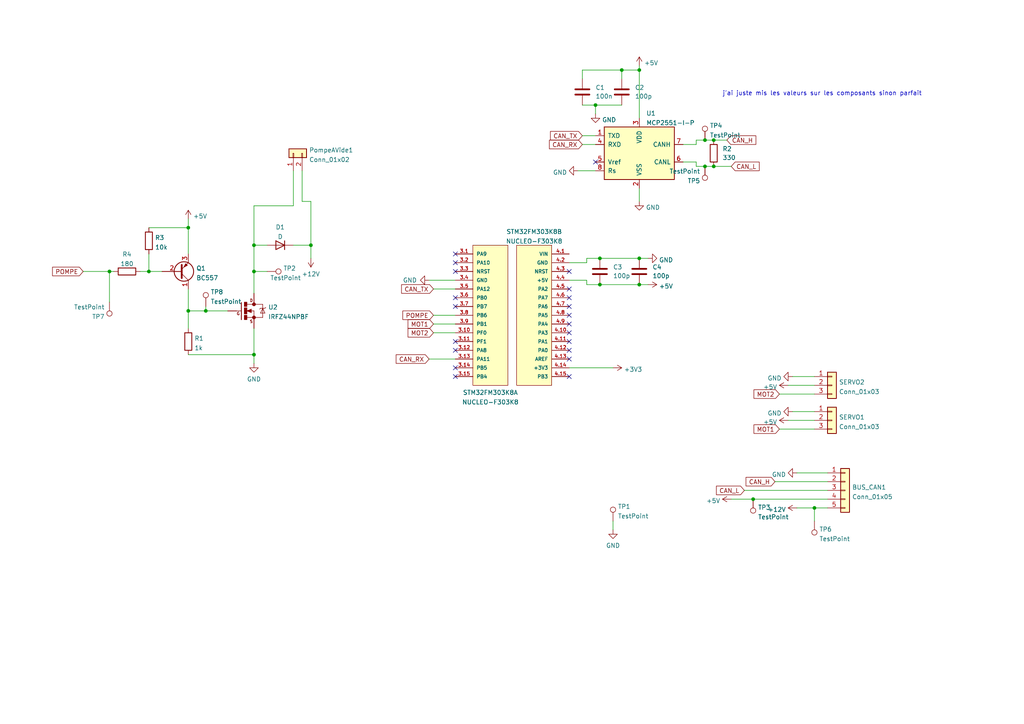
<source format=kicad_sch>
(kicad_sch (version 20211123) (generator eeschema)
  (paper "A4")
  (lib_symbols
    (symbol "Connector:TestPoint" (pin_numbers hide) (pin_names (offset 0.762) hide)
      (property "Reference" "TP" (at 0 6.858 0))
      (property "Value" "TestPoint" (at 0 5.08 0))
      (symbol "TestPoint_0_1"
        (circle (center 0 3.302) (radius 0.762))
      )
      (symbol "TestPoint_1_1"
        (pin passive line (at 0 0 90) (length 2.54) (name "1") (number "1"))
      )
    )
    (symbol "Connector_Generic:Conn_01x02" (pin_names (offset 1.016) hide)
      (property "Reference" "J" (at 0 2.54 0))
      (property "Value" "Conn_01x02" (at 0 -5.08 0))
      (symbol "Conn_01x02_1_1"
        (rectangle (start -1.27 -2.413) (end 0 -2.667) (stroke (width 0.1524)))
        (rectangle (start -1.27 0.127) (end 0 -0.127) (stroke (width 0.1524)))
        (rectangle (start -1.27 1.27) (end 1.27 -3.81) (stroke (width 0.254)) (fill (type background)))
        (pin passive line (at -5.08 0 0) (length 3.81) (name "Pin_1") (number "1"))
        (pin passive line (at -5.08 -2.54 0) (length 3.81) (name "Pin_2") (number "2"))
      )
    )
    (symbol "Connector_Generic:Conn_01x03" (pin_names (offset 1.016) hide)
      (property "Reference" "J" (at 0 5.08 0))
      (property "Value" "Conn_01x03" (at 0 -5.08 0))
      (symbol "Conn_01x03_1_1"
        (rectangle (start -1.27 -2.413) (end 0 -2.667) (stroke (width 0.1524)))
        (rectangle (start -1.27 0.127) (end 0 -0.127) (stroke (width 0.1524)))
        (rectangle (start -1.27 2.667) (end 0 2.413) (stroke (width 0.1524)))
        (rectangle (start -1.27 3.81) (end 1.27 -3.81) (stroke (width 0.254)) (fill (type background)))
        (pin passive line (at -5.08 2.54 0) (length 3.81) (name "Pin_1") (number "1"))
        (pin passive line (at -5.08 0 0) (length 3.81) (name "Pin_2") (number "2"))
        (pin passive line (at -5.08 -2.54 0) (length 3.81) (name "Pin_3") (number "3"))
      )
    )
    (symbol "Connector_Generic:Conn_01x05" (pin_names (offset 1.016) hide)
      (property "Reference" "J" (at 0 7.62 0))
      (property "Value" "Conn_01x05" (at 0 -7.62 0))
      (symbol "Conn_01x05_1_1"
        (rectangle (start -1.27 -4.953) (end 0 -5.207) (stroke (width 0.1524)))
        (rectangle (start -1.27 -2.413) (end 0 -2.667) (stroke (width 0.1524)))
        (rectangle (start -1.27 0.127) (end 0 -0.127) (stroke (width 0.1524)))
        (rectangle (start -1.27 2.667) (end 0 2.413) (stroke (width 0.1524)))
        (rectangle (start -1.27 5.207) (end 0 4.953) (stroke (width 0.1524)))
        (rectangle (start -1.27 6.35) (end 1.27 -6.35) (stroke (width 0.254)) (fill (type background)))
        (pin passive line (at -5.08 5.08 0) (length 3.81) (name "Pin_1") (number "1"))
        (pin passive line (at -5.08 2.54 0) (length 3.81) (name "Pin_2") (number "2"))
        (pin passive line (at -5.08 0 0) (length 3.81) (name "Pin_3") (number "3"))
        (pin passive line (at -5.08 -2.54 0) (length 3.81) (name "Pin_4") (number "4"))
        (pin passive line (at -5.08 -5.08 0) (length 3.81) (name "Pin_5") (number "5"))
      )
    )
    (symbol "Device:C" (pin_numbers hide) (pin_names (offset 0.254))
      (property "Reference" "C" (at 0.635 2.54 0))
      (property "Value" "C" (at 0.635 -2.54 0))
      (symbol "C_0_1"
        (polyline (pts (xy -2.032 -0.762) (xy 2.032 -0.762)) (stroke (width 0.508)))
        (polyline (pts (xy -2.032 0.762) (xy 2.032 0.762)) (stroke (width 0.508)))
      )
      (symbol "C_1_1"
        (pin passive line (at 0 3.81 270) (length 2.794) (name "~") (number "1"))
        (pin passive line (at 0 -3.81 90) (length 2.794) (name "~") (number "2"))
      )
    )
    (symbol "Device:D" (pin_numbers hide) (pin_names (offset 1.016) hide)
      (property "Reference" "D" (at 0 2.54 0))
      (property "Value" "D" (at 0 -2.54 0))
      (symbol "D_0_1"
        (polyline (pts (xy -1.27 1.27) (xy -1.27 -1.27)) (stroke (width 0.254)))
        (polyline (pts (xy 1.27 0) (xy -1.27 0)))
        (polyline (pts (xy 1.27 1.27) (xy 1.27 -1.27) (xy -1.27 0) (xy 1.27 1.27)) (stroke (width 0.254)))
      )
      (symbol "D_1_1"
        (pin passive line (at -3.81 0 0) (length 2.54) (name "K") (number "1"))
        (pin passive line (at 3.81 0 180) (length 2.54) (name "A") (number "2"))
      )
    )
    (symbol "Device:R" (pin_numbers hide) (pin_names (offset 0))
      (property "Reference" "R" (at 2.032 0 90))
      (property "Value" "R" (at 0 0 90))
      (symbol "R_0_1"
        (rectangle (start -1.016 -2.54) (end 1.016 2.54) (stroke (width 0.254)))
      )
      (symbol "R_1_1"
        (pin passive line (at 0 3.81 270) (length 1.27) (name "~") (number "1"))
        (pin passive line (at 0 -3.81 90) (length 1.27) (name "~") (number "2"))
      )
    )
    (symbol "IRFZ44NPBF:IRFZ44NPBF" (pin_numbers hide) (pin_names (offset 1.016) hide)
      (property "Reference" "U" (at 5.08 2.54 0))
      (property "Value" "IRFZ44NPBF" (at 5.08 0 0))
      (symbol "IRFZ44NPBF_0_0"
        (rectangle (start -2.794 -2.54) (end -2.032 -1.27) (fill (type outline)))
        (rectangle (start -2.794 -0.889) (end -2.032 0.889) (fill (type outline)))
        (rectangle (start -2.794 1.27) (end -2.032 2.54) (fill (type outline)))
        (circle (center 0 -1.905) (radius 0.127) (stroke (width 0.4064)))
        (polyline (pts (xy -3.81 0) (xy -5.08 0)) (stroke (width 0.1524)))
        (polyline (pts (xy -3.6576 2.413) (xy -3.6576 -2.54)) (stroke (width 0.254)))
        (polyline (pts (xy -2.032 -1.905) (xy 0 -1.905)) (stroke (width 0.1524)))
        (polyline (pts (xy -2.032 0) (xy -0.762 -0.508)) (stroke (width 0.1524)))
        (polyline (pts (xy -1.778 0) (xy -0.889 -0.254)) (stroke (width 0.3048)))
        (polyline (pts (xy -0.889 -0.254) (xy -0.889 0)) (stroke (width 0.3048)))
        (polyline (pts (xy -0.889 0) (xy -1.143 0)) (stroke (width 0.3048)))
        (polyline (pts (xy -0.889 0) (xy 0 0)) (stroke (width 0.1524)))
        (polyline (pts (xy -0.889 0.254) (xy -1.778 0)) (stroke (width 0.3048)))
        (polyline (pts (xy -0.762 -0.508) (xy -0.762 0.508)) (stroke (width 0.1524)))
        (polyline (pts (xy -0.762 0.508) (xy -2.032 0)) (stroke (width 0.1524)))
        (polyline (pts (xy 0 -1.905) (xy 0 -2.54)) (stroke (width 0.1524)))
        (polyline (pts (xy 0 0) (xy 0 -1.905)) (stroke (width 0.1524)))
        (polyline (pts (xy 0 1.905) (xy -2.0066 1.905)) (stroke (width 0.1524)))
        (polyline (pts (xy 0 1.905) (xy 2.54 1.905)) (stroke (width 0.1524)))
        (polyline (pts (xy 0 2.54) (xy 0 1.905)) (stroke (width 0.1524)))
        (polyline (pts (xy 1.905 -0.635) (xy 3.175 -0.635)) (stroke (width 0.1524)))
        (polyline (pts (xy 1.905 0.762) (xy 1.651 0.508)) (stroke (width 0.1524)))
        (polyline (pts (xy 1.905 0.762) (xy 2.54 0.762)) (stroke (width 0.1524)))
        (polyline (pts (xy 2.54 -1.905) (xy 0 -1.905)) (stroke (width 0.1524)))
        (polyline (pts (xy 2.54 0.762) (xy 1.905 -0.635)) (stroke (width 0.1524)))
        (polyline (pts (xy 2.54 0.762) (xy 2.54 -1.905)) (stroke (width 0.1524)))
        (polyline (pts (xy 2.54 0.762) (xy 3.175 0.762)) (stroke (width 0.1524)))
        (polyline (pts (xy 2.54 1.905) (xy 2.54 0.762)) (stroke (width 0.1524)))
        (polyline (pts (xy 3.175 -0.635) (xy 2.54 0.762)) (stroke (width 0.1524)))
        (polyline (pts (xy 3.175 0.762) (xy 3.429 1.016)) (stroke (width 0.1524)))
        (circle (center 0 1.905) (radius 0.127) (stroke (width 0.4064)))
        (text "D" (at -1.27 2.54 0) (effects (font (size 0.8128 0.8128)) (justify left bottom)))
        (text "G" (at -5.08 -1.27 0) (effects (font (size 0.8128 0.8128)) (justify left bottom)))
        (text "S" (at -1.27 -3.556 0) (effects (font (size 0.8128 0.8128)) (justify left bottom)))
        (pin passive line (at -7.62 0 0) (length 2.54) (name "~") (number "1"))
        (pin passive line (at 0 5.08 270) (length 2.54) (name "~") (number "2"))
        (pin passive line (at 0 -5.08 90) (length 2.54) (name "~") (number "3"))
      )
    )
    (symbol "Interface_CAN_LIN:MCP2551-I-P" (pin_names (offset 1.016))
      (property "Reference" "U" (at -10.16 8.89 0))
      (property "Value" "MCP2551-I-P" (at 2.54 8.89 0))
      (symbol "MCP2551-I-P_0_1"
        (rectangle (start -10.16 7.62) (end 10.16 -7.62) (stroke (width 0.254)) (fill (type background)))
      )
      (symbol "MCP2551-I-P_1_1"
        (pin input line (at -12.7 5.08 0) (length 2.54) (name "TXD") (number "1"))
        (pin power_in line (at 0 -10.16 90) (length 2.54) (name "VSS") (number "2"))
        (pin power_in line (at 0 10.16 270) (length 2.54) (name "VDD") (number "3"))
        (pin output line (at -12.7 2.54 0) (length 2.54) (name "RXD") (number "4"))
        (pin power_out line (at -12.7 -2.54 0) (length 2.54) (name "Vref") (number "5"))
        (pin bidirectional line (at 12.7 -2.54 180) (length 2.54) (name "CANL") (number "6"))
        (pin bidirectional line (at 12.7 2.54 180) (length 2.54) (name "CANH") (number "7"))
        (pin input line (at -12.7 -5.08 0) (length 2.54) (name "Rs") (number "8"))
      )
    )
    (symbol "NUCLEO-F303K8:NUCLEO-F303K8" (pin_names (offset 1.016))
      (property "Reference" "A" (at -5.08 20.8534 0))
      (property "Value" "NUCLEO-F303K8" (at -5.08 -22.6314 0))
      (symbol "NUCLEO-F303K8_1_0"
        (rectangle (start -5.08 -20.32) (end 5.08 20.32) (stroke (width 0.1524)) (fill (type background)))
        (pin bidirectional line (at 10.16 17.78 180) (length 5.08) (name "PA9") (number "3.1"))
        (pin bidirectional line (at 10.16 -5.08 180) (length 5.08) (name "PF0") (number "3.10"))
        (pin bidirectional line (at 10.16 -7.62 180) (length 5.08) (name "PF1") (number "3.11"))
        (pin bidirectional line (at 10.16 -10.16 180) (length 5.08) (name "PA8") (number "3.12"))
        (pin bidirectional line (at 10.16 -12.7 180) (length 5.08) (name "PA11") (number "3.13"))
        (pin bidirectional line (at 10.16 -15.24 180) (length 5.08) (name "PB5") (number "3.14"))
        (pin bidirectional line (at 10.16 -17.78 180) (length 5.08) (name "PB4") (number "3.15"))
        (pin bidirectional line (at 10.16 15.24 180) (length 5.08) (name "PA10") (number "3.2"))
        (pin bidirectional line (at 10.16 12.7 180) (length 5.08) (name "NRST") (number "3.3"))
        (pin bidirectional line (at 10.16 10.16 180) (length 5.08) (name "GND") (number "3.4"))
        (pin bidirectional line (at 10.16 7.62 180) (length 5.08) (name "PA12") (number "3.5"))
        (pin bidirectional line (at 10.16 5.08 180) (length 5.08) (name "PB0") (number "3.6"))
        (pin bidirectional line (at 10.16 2.54 180) (length 5.08) (name "PB7") (number "3.7"))
        (pin bidirectional line (at 10.16 0 180) (length 5.08) (name "PB6") (number "3.8"))
        (pin bidirectional line (at 10.16 -2.54 180) (length 5.08) (name "PB1") (number "3.9"))
      )
      (symbol "NUCLEO-F303K8_2_0"
        (rectangle (start -5.08 -20.32) (end 5.08 20.32) (stroke (width 0.1524)) (fill (type background)))
        (pin bidirectional line (at 10.16 17.78 180) (length 5.08) (name "VIN") (number "4.1"))
        (pin bidirectional line (at 10.16 -5.08 180) (length 5.08) (name "PA3") (number "4.10"))
        (pin bidirectional line (at 10.16 -7.62 180) (length 5.08) (name "PA1") (number "4.11"))
        (pin bidirectional line (at 10.16 -10.16 180) (length 5.08) (name "PA0") (number "4.12"))
        (pin bidirectional line (at 10.16 -12.7 180) (length 5.08) (name "AREF") (number "4.13"))
        (pin bidirectional line (at 10.16 -15.24 180) (length 5.08) (name "+3V3") (number "4.14"))
        (pin bidirectional line (at 10.16 -17.78 180) (length 5.08) (name "PB3") (number "4.15"))
        (pin bidirectional line (at 10.16 15.24 180) (length 5.08) (name "GND") (number "4.2"))
        (pin bidirectional line (at 10.16 12.7 180) (length 5.08) (name "NRST") (number "4.3"))
        (pin bidirectional line (at 10.16 10.16 180) (length 5.08) (name "+5V") (number "4.4"))
        (pin bidirectional line (at 10.16 7.62 180) (length 5.08) (name "PA2") (number "4.5"))
        (pin bidirectional line (at 10.16 5.08 180) (length 5.08) (name "PA7") (number "4.6"))
        (pin bidirectional line (at 10.16 2.54 180) (length 5.08) (name "PA6") (number "4.7"))
        (pin bidirectional line (at 10.16 0 180) (length 5.08) (name "PA5") (number "4.8"))
        (pin bidirectional line (at 10.16 -2.54 180) (length 5.08) (name "PA4") (number "4.9"))
      )
    )
    (symbol "Transistor_BJT:BC557" (pin_names (offset 0) hide)
      (property "Reference" "Q" (at 5.08 1.905 0))
      (property "Value" "BC557" (at 5.08 0 0))
      (symbol "BC557_0_1"
        (polyline (pts (xy 0.635 0.635) (xy 2.54 2.54)))
        (polyline (pts (xy 0.635 -0.635) (xy 2.54 -2.54) (xy 2.54 -2.54)))
        (polyline (pts (xy 0.635 1.905) (xy 0.635 -1.905) (xy 0.635 -1.905)) (stroke (width 0.508)))
        (polyline (pts (xy 2.286 -1.778) (xy 1.778 -2.286) (xy 1.27 -1.27) (xy 2.286 -1.778) (xy 2.286 -1.778)) (fill (type outline)))
        (circle (center 1.27 0) (radius 2.8194) (stroke (width 0.254)))
      )
      (symbol "BC557_1_1"
        (pin passive line (at 2.54 5.08 270) (length 2.54) (name "C") (number "1"))
        (pin input line (at -5.08 0 0) (length 5.715) (name "B") (number "2"))
        (pin passive line (at 2.54 -5.08 90) (length 2.54) (name "E") (number "3"))
      )
    )
    (symbol "power:+12V" (power) (pin_names (offset 0))
      (property "Value" "+12V" (at 0 3.556 0))
      (symbol "+12V_0_1"
        (polyline (pts (xy -0.762 1.27) (xy 0 2.54)))
        (polyline (pts (xy 0 0) (xy 0 2.54)))
        (polyline (pts (xy 0 2.54) (xy 0.762 1.27)))
      )
      (symbol "+12V_1_1"
        (pin power_in line (at 0 0 90) (length 0) hide (name "+12V") (number "1"))
      )
    )
    (symbol "power:+3.3V" (power) (pin_names (offset 0))
      (property "Value" "+3.3V" (at 0 3.556 0))
      (symbol "+3.3V_0_1"
        (polyline (pts (xy -0.762 1.27) (xy 0 2.54)))
        (polyline (pts (xy 0 0) (xy 0 2.54)))
        (polyline (pts (xy 0 2.54) (xy 0.762 1.27)))
      )
      (symbol "+3.3V_1_1"
        (pin power_in line (at 0 0 90) (length 0) hide (name "+3V3") (number "1"))
      )
    )
    (symbol "power:+5V" (power) (pin_names (offset 0))
      (property "Value" "+5V" (at 0 3.556 0))
      (symbol "+5V_0_1"
        (polyline (pts (xy -0.762 1.27) (xy 0 2.54)))
        (polyline (pts (xy 0 0) (xy 0 2.54)))
        (polyline (pts (xy 0 2.54) (xy 0.762 1.27)))
      )
      (symbol "+5V_1_1"
        (pin power_in line (at 0 0 90) (length 0) hide (name "+5V") (number "1"))
      )
    )
    (symbol "power:GND" (power) (pin_names (offset 0))
      (property "Value" "GND" (at 0 -3.81 0))
      (symbol "GND_0_1"
        (polyline (pts (xy 0 0) (xy 0 -1.27) (xy 1.27 -1.27) (xy 0 -2.54) (xy -1.27 -1.27) (xy 0 -1.27)))
      )
      (symbol "GND_1_1"
        (pin power_in line (at 0 0 270) (length 0) hide (name "GND") (number "1"))
      )
    )
  )
  (junction (at 59.69 90.17))
  (junction (at 73.66 71.12))
  (junction (at 54.61 90.17))
  (junction (at 236.22 147.32))
  (junction (at 185.42 20.32))
  (junction (at 207.01 48.26))
  (junction (at 173.99 82.55))
  (junction (at 185.42 74.93))
  (junction (at 180.34 20.32))
  (junction (at 90.17 71.12))
  (junction (at 207.01 40.64))
  (junction (at 54.61 66.04))
  (junction (at 43.18 78.74))
  (junction (at 31.75 78.74))
  (junction (at 73.66 102.87))
  (junction (at 185.42 82.55))
  (junction (at 204.47 40.64))
  (junction (at 173.99 74.93))
  (junction (at 73.66 78.74))
  (junction (at 218.44 144.78))
  (junction (at 172.72 30.48))
  (junction (at 204.47 48.26))
  (no_connect (at 165.1 83.82))
  (no_connect (at 165.1 86.36))
  (no_connect (at 172.72 46.99))
  (no_connect (at 132.08 99.06))
  (no_connect (at 132.08 101.6))
  (no_connect (at 132.08 86.36))
  (no_connect (at 132.08 76.2))
  (no_connect (at 132.08 73.66))
  (no_connect (at 132.08 78.74))
  (no_connect (at 132.08 88.9))
  (no_connect (at 132.08 106.68))
  (no_connect (at 132.08 109.22))
  (no_connect (at 165.1 88.9))
  (no_connect (at 165.1 91.44))
  (no_connect (at 165.1 93.98))
  (no_connect (at 165.1 96.52))
  (no_connect (at 165.1 99.06))
  (no_connect (at 165.1 101.6))
  (no_connect (at 165.1 78.74))
  (no_connect (at 165.1 104.14))
  (no_connect (at 165.1 109.22))
  (wire (pts (xy 59.69 90.17) (xy 66.04 90.17)))
  (wire (pts (xy 167.64 49.53) (xy 172.72 49.53)))
  (wire (pts (xy 31.75 78.74) (xy 33.02 78.74)))
  (wire (pts (xy 125.73 91.44) (xy 132.08 91.44)))
  (wire (pts (xy 73.66 95.25) (xy 73.66 102.87)))
  (wire (pts (xy 40.64 78.74) (xy 43.18 78.74)))
  (wire (pts (xy 168.91 30.48) (xy 172.72 30.48)))
  (wire (pts (xy 90.17 58.42) (xy 90.17 71.12)))
  (wire (pts (xy 236.22 147.32) (xy 240.03 147.32)))
  (wire (pts (xy 240.03 139.7) (xy 224.79 139.7)))
  (wire (pts (xy 180.34 20.32) (xy 185.42 20.32)))
  (wire (pts (xy 165.1 81.28) (xy 170.18 81.28)))
  (wire (pts (xy 124.46 104.14) (xy 132.08 104.14)))
  (wire (pts (xy 185.42 82.55) (xy 187.96 82.55)))
  (wire (pts (xy 201.93 40.64) (xy 204.47 40.64)))
  (wire (pts (xy 228.6 121.92) (xy 236.22 121.92)))
  (wire (pts (xy 43.18 78.74) (xy 46.99 78.74)))
  (wire (pts (xy 54.61 63.5) (xy 54.61 66.04)))
  (wire (pts (xy 73.66 78.74) (xy 77.47 78.74)))
  (wire (pts (xy 59.69 88.9) (xy 59.69 90.17)))
  (wire (pts (xy 54.61 66.04) (xy 54.61 73.66)))
  (wire (pts (xy 165.1 106.68) (xy 177.8 106.68)))
  (wire (pts (xy 24.13 78.74) (xy 31.75 78.74)))
  (wire (pts (xy 73.66 59.69) (xy 73.66 71.12)))
  (wire (pts (xy 73.66 71.12) (xy 73.66 78.74)))
  (wire (pts (xy 204.47 40.64) (xy 207.01 40.64)))
  (wire (pts (xy 218.44 144.78) (xy 240.03 144.78)))
  (wire (pts (xy 198.12 46.99) (xy 201.93 46.99)))
  (wire (pts (xy 185.42 19.05) (xy 185.42 20.32)))
  (wire (pts (xy 207.01 40.64) (xy 210.82 40.64)))
  (wire (pts (xy 85.09 59.69) (xy 73.66 59.69)))
  (wire (pts (xy 168.91 22.86) (xy 168.91 20.32)))
  (wire (pts (xy 168.91 41.91) (xy 172.72 41.91)))
  (wire (pts (xy 73.66 78.74) (xy 73.66 85.09)))
  (wire (pts (xy 125.73 93.98) (xy 132.08 93.98)))
  (wire (pts (xy 73.66 102.87) (xy 73.66 105.41)))
  (wire (pts (xy 54.61 83.82) (xy 54.61 90.17)))
  (wire (pts (xy 54.61 90.17) (xy 54.61 95.25)))
  (wire (pts (xy 185.42 20.32) (xy 185.42 34.29)))
  (wire (pts (xy 226.06 114.3) (xy 236.22 114.3)))
  (wire (pts (xy 173.99 82.55) (xy 185.42 82.55)))
  (wire (pts (xy 125.73 96.52) (xy 132.08 96.52)))
  (wire (pts (xy 54.61 90.17) (xy 59.69 90.17)))
  (wire (pts (xy 207.01 48.26) (xy 212.09 48.26)))
  (wire (pts (xy 185.42 54.61) (xy 185.42 58.42)))
  (wire (pts (xy 212.09 144.78) (xy 218.44 144.78)))
  (wire (pts (xy 165.1 76.2) (xy 170.18 76.2)))
  (wire (pts (xy 229.87 119.38) (xy 236.22 119.38)))
  (wire (pts (xy 201.93 41.91) (xy 201.93 40.64)))
  (wire (pts (xy 87.63 58.42) (xy 90.17 58.42)))
  (wire (pts (xy 168.91 20.32) (xy 180.34 20.32)))
  (wire (pts (xy 170.18 82.55) (xy 173.99 82.55)))
  (wire (pts (xy 87.63 49.53) (xy 87.63 58.42)))
  (wire (pts (xy 231.14 147.32) (xy 236.22 147.32)))
  (wire (pts (xy 228.6 111.76) (xy 236.22 111.76)))
  (wire (pts (xy 185.42 74.93) (xy 187.96 74.93)))
  (wire (pts (xy 85.09 71.12) (xy 90.17 71.12)))
  (wire (pts (xy 31.75 78.74) (xy 31.75 87.63)))
  (wire (pts (xy 54.61 102.87) (xy 73.66 102.87)))
  (wire (pts (xy 198.12 41.91) (xy 201.93 41.91)))
  (wire (pts (xy 170.18 81.28) (xy 170.18 82.55)))
  (wire (pts (xy 215.9 142.24) (xy 240.03 142.24)))
  (wire (pts (xy 172.72 30.48) (xy 180.34 30.48)))
  (wire (pts (xy 43.18 66.04) (xy 54.61 66.04)))
  (wire (pts (xy 173.99 74.93) (xy 185.42 74.93)))
  (wire (pts (xy 125.73 83.82) (xy 132.08 83.82)))
  (wire (pts (xy 201.93 48.26) (xy 204.47 48.26)))
  (wire (pts (xy 177.8 151.13) (xy 177.8 153.67)))
  (wire (pts (xy 43.18 73.66) (xy 43.18 78.74)))
  (wire (pts (xy 73.66 71.12) (xy 77.47 71.12)))
  (wire (pts (xy 236.22 147.32) (xy 236.22 151.13)))
  (wire (pts (xy 204.47 48.26) (xy 207.01 48.26)))
  (wire (pts (xy 170.18 74.93) (xy 173.99 74.93)))
  (wire (pts (xy 168.91 39.37) (xy 172.72 39.37)))
  (wire (pts (xy 226.06 124.46) (xy 236.22 124.46)))
  (wire (pts (xy 170.18 76.2) (xy 170.18 74.93)))
  (wire (pts (xy 85.09 49.53) (xy 85.09 59.69)))
  (wire (pts (xy 231.14 137.16) (xy 240.03 137.16)))
  (wire (pts (xy 124.46 81.28) (xy 132.08 81.28)))
  (wire (pts (xy 172.72 30.48) (xy 172.72 33.02)))
  (wire (pts (xy 229.87 109.22) (xy 236.22 109.22)))
  (wire (pts (xy 90.17 71.12) (xy 90.17 74.93)))
  (wire (pts (xy 201.93 46.99) (xy 201.93 48.26)))
  (wire (pts (xy 180.34 22.86) (xy 180.34 20.32)))
  (text "j'ai juste mis les valeurs sur les composants sinon parfait" (at 209.55 27.94 0) (effects (font (size 1.27 1.27)) (justify left bottom)))
  (global_label "CAN_RX" (shape input) (at 124.46 104.14 180) (property "Intersheet References" "${INTERSHEET_REFS}" (effects hide)))
  (global_label "MOT1" (shape input) (at 226.06 124.46 180) (property "Intersheet References" "${INTERSHEET_REFS}" (effects hide)))
  (global_label "POMPE" (shape input) (at 125.73 91.44 180) (property "Intersheet References" "${INTERSHEET_REFS}" (effects hide)))
  (global_label "MOT2" (shape input) (at 125.73 96.52 180) (property "Intersheet References" "${INTERSHEET_REFS}" (effects hide)))
  (global_label "MOT2" (shape input) (at 226.06 114.3 180) (property "Intersheet References" "${INTERSHEET_REFS}" (effects hide)))
  (global_label "CAN_L" (shape input) (at 212.09 48.26 0) (property "Intersheet References" "${INTERSHEET_REFS}" (effects hide)))
  (global_label "CAN_TX" (shape input) (at 168.91 39.37 180) (property "Intersheet References" "${INTERSHEET_REFS}" (effects hide)))
  (global_label "CAN_L" (shape input) (at 215.9 142.24 180) (property "Intersheet References" "${INTERSHEET_REFS}" (effects hide)))
  (global_label "CAN_H" (shape input) (at 224.79 139.7 180) (property "Intersheet References" "${INTERSHEET_REFS}" (effects hide)))
  (global_label "MOT1" (shape input) (at 125.73 93.98 180) (property "Intersheet References" "${INTERSHEET_REFS}" (effects hide)))
  (global_label "CAN_RX" (shape input) (at 168.91 41.91 180) (property "Intersheet References" "${INTERSHEET_REFS}" (effects hide)))
  (global_label "POMPE" (shape input) (at 24.13 78.74 180) (property "Intersheet References" "${INTERSHEET_REFS}" (effects hide)))
  (global_label "CAN_H" (shape input) (at 210.82 40.64 0) (property "Intersheet References" "${INTERSHEET_REFS}" (effects hide)))
  (global_label "CAN_TX" (shape input) (at 125.73 83.82 180) (property "Intersheet References" "${INTERSHEET_REFS}" (effects hide)))
  (symbol (lib_id "power:GND") (at 229.87 109.22 270) (unit 1)
    (property "Reference" "#PWR0102" (effects hide))
    (property "Value" "GND" (at 226.6951 109.699 90) (effects (justify right)))
  )
  (symbol (lib_id "Device:R") (at 36.83 78.74 90) (unit 1)
    (property "Reference" "R4" (at 36.83 73.7575 90))
    (property "Value" "180" (at 36.83 76.5326 90))
    (property "Footprint" "Resistor_THT:R_Axial_DIN0207_L6.3mm_D2.5mm_P10.16mm_Horizontal" (effects hide))
  )
  (symbol (lib_id "Interface_CAN_LIN:MCP2551-I-P") (at 185.42 44.45 0) (unit 1)
    (property "Reference" "U1" (at 187.4394 32.8635 0) (effects (justify left)))
    (property "Value" "MCP2551-I-P" (at 187.4394 35.6386 0) (effects (justify left)))
    (property "Footprint" "Package_DIP:DIP-8_W7.62mm" (effects hide))
    (property "Datasheet" "http://ww1.microchip.com/downloads/en/devicedoc/21667d.pdf" (effects hide))
  )
  (symbol (lib_id "power:+5V") (at 228.6 111.76 90) (unit 1)
    (property "Reference" "#PWR?" (effects hide))
    (property "Value" "+5V" (at 225.4251 112.239 90) (effects (justify left)))
  )
  (symbol (lib_id "Connector:TestPoint") (at 218.44 144.78 180) (unit 1)
    (property "Reference" "TP3" (at 219.837 147.1735 0) (effects (justify right)))
    (property "Value" "TestPoint" (at 219.837 149.9486 0) (effects (justify right)))
    (property "Footprint" "TestPoint:TestPoint_Pad_D2.0mm" (effects hide))
  )
  (symbol (lib_id "Transistor_BJT:BC557") (at 52.07 78.74 0) (mirror x) (unit 1)
    (property "Reference" "Q1" (at 56.9214 77.8315 0) (effects (justify left)))
    (property "Value" "BC557" (at 56.9214 80.6066 0) (effects (justify left)))
    (property "Footprint" "Package_TO_SOT_THT:TO-92_Inline" (effects hide))
    (property "Datasheet" "https://www.onsemi.com/pub/Collateral/BC556BTA-D.pdf" (effects hide))
  )
  (symbol (lib_id "Connector:TestPoint") (at 204.47 48.26 180) (unit 1)
    (property "Reference" "TP5" (at 203.073 52.4705 0) (effects (justify left)))
    (property "Value" "TestPoint" (at 203.073 49.6954 0) (effects (justify left)))
    (property "Footprint" "TestPoint:TestPoint_Pad_D2.0mm" (effects hide))
  )
  (symbol (lib_id "power:+5V") (at 185.42 19.05 0) (unit 1)
    (property "Reference" "#PWR0116" (effects hide))
    (property "Value" "+5V" (at 186.817 18.259 0) (effects (justify left)))
  )
  (symbol (lib_id "power:+5V") (at 212.09 144.78 90) (mirror x) (unit 1)
    (property "Reference" "#PWR0118" (effects hide))
    (property "Value" "+5V" (at 208.9151 145.259 90) (effects (justify left)))
  )
  (symbol (lib_id "power:GND") (at 231.14 137.16 270) (unit 1)
    (property "Reference" "#PWR0108" (effects hide))
    (property "Value" "GND" (at 227.9651 137.639 90) (effects (justify right)))
  )
  (symbol (lib_id "Connector:TestPoint") (at 204.47 40.64 0) (unit 1)
    (property "Reference" "TP4" (at 205.867 36.4295 0) (effects (justify left)))
    (property "Value" "TestPoint" (at 205.867 39.2046 0) (effects (justify left)))
    (property "Footprint" "TestPoint:TestPoint_Pad_D2.0mm" (effects hide))
  )
  (symbol (lib_id "NUCLEO-F303K8:NUCLEO-F303K8") (at 154.94 91.44 0) (unit 2)
    (property "Reference" "STM32FM303K8" (at 154.94 67.2043 0))
    (property "Value" "NUCLEO-F303K8" (at 154.94 69.9794 0))
    (property "Footprint" "MODULE_NUCLEO-F303K8" (effects hide))
    (property "MANUFACTURER" "ST Microelectronics" (effects hide))
    (property "STANDARD" "Manufacturer rEcommendation" (effects hide))
    (property "PARTREV" "3" (effects hide))
  )
  (symbol (lib_id "Device:C") (at 185.42 78.74 0) (unit 1)
    (property "Reference" "C4" (at 189.23 77.4699 0) (effects (justify left)))
    (property "Value" "100p" (at 189.23 80.0099 0) (effects (justify left)))
    (property "Footprint" "Capacitor_SMD:C_1206_3216Metric" (effects hide))
  )
  (symbol (lib_id "IRFZ44NPBF:IRFZ44NPBF") (at 73.66 90.17 0) (unit 1)
    (property "Reference" "U2" (at 77.8002 89.1152 0) (effects (justify left)))
    (property "Value" "IRFZ44NPBF" (at 77.8002 91.8903 0) (effects (justify left)))
    (property "Footprint" "Package_TO_SOT_THT:TO-220-3_Horizontal_TabDown" (effects hide))
  )
  (symbol (lib_id "Device:C") (at 180.34 26.67 0) (unit 1)
    (property "Reference" "C2" (at 184.15 25.3999 0) (effects (justify left)))
    (property "Value" "100p" (at 184.15 27.9399 0) (effects (justify left)))
    (property "Footprint" "Capacitor_SMD:C_1206_3216Metric" (effects hide))
  )
  (symbol (lib_id "NUCLEO-F303K8:NUCLEO-F303K8") (at 142.24 91.44 0) (mirror y) (unit 1)
    (property "Reference" "STM32FM303K8" (at 142.24 113.8587 0))
    (property "Value" "NUCLEO-F303K8" (at 142.24 116.6338 0))
    (property "Footprint" "MODULE_NUCLEO-F303K8" (effects hide))
    (property "MANUFACTURER" "ST Microelectronics" (effects hide))
    (property "STANDARD" "Manufacturer rEcommendation" (effects hide))
    (property "PARTREV" "3" (effects hide))
  )
  (symbol (lib_id "Connector:TestPoint") (at 177.8 151.13 0) (unit 1)
    (property "Reference" "TP1" (at 179.197 146.9195 0) (effects (justify left)))
    (property "Value" "TestPoint" (at 179.197 149.6946 0) (effects (justify left)))
    (property "Footprint" "TestPoint:TestPoint_Pad_D2.0mm" (effects hide))
  )
  (symbol (lib_id "Connector:TestPoint") (at 77.47 78.74 270) (unit 1)
    (property "Reference" "TP2" (at 82.169 77.8315 90) (effects (justify left)))
    (property "Value" "TestPoint" (at 78.359 80.6066 90) (effects (justify left)))
    (property "Footprint" "TestPoint:TestPoint_Pad_D2.0mm" (effects hide))
  )
  (symbol (lib_id "Connector_Generic:Conn_01x03") (at 241.3 111.76 0) (unit 1)
    (property "Reference" "SERVO2" (at 243.332 110.8515 0) (effects (justify left)))
    (property "Value" "Conn_01x03" (at 243.332 113.6266 0) (effects (justify left)))
    (property "Footprint" "Connector_JST:JST_PH_B3B-PH-K_1x03_P2.00mm_Vertical" (effects hide))
  )
  (symbol (lib_id "power:GND") (at 172.72 33.02 0) (unit 1)
    (property "Reference" "#PWR0109" (effects hide))
    (property "Value" "GND" (at 174.625 34.769 0) (effects (justify left)))
  )
  (symbol (lib_id "power:+5V") (at 228.6 121.92 90) (unit 1)
    (property "Reference" "#PWR0111" (effects hide))
    (property "Value" "+5V" (at 225.4251 122.399 90) (effects (justify left)))
  )
  (symbol (lib_id "Connector_Generic:Conn_01x02") (at 85.09 44.45 90) (unit 1)
    (property "Reference" "PompeAVide1" (at 89.662 43.5415 90) (effects (justify right)))
    (property "Value" "Conn_01x02" (at 89.662 46.3166 90) (effects (justify right)))
    (property "Footprint" "Connector_PinSocket_2.00mm:PinSocket_1x02_P2.00mm_Vertical" (effects hide))
  )
  (symbol (lib_id "power:+12V") (at 231.14 147.32 90) (mirror x) (unit 1)
    (property "Reference" "#PWR0115" (effects hide))
    (property "Value" "+12V" (at 227.965 147.799 90) (effects (justify left)))
  )
  (symbol (lib_id "Connector:TestPoint") (at 236.22 151.13 180) (unit 1)
    (property "Reference" "TP6" (at 237.617 153.5235 0) (effects (justify right)))
    (property "Value" "TestPoint" (at 237.617 156.2986 0) (effects (justify right)))
    (property "Footprint" "TestPoint:TestPoint_Pad_D2.0mm" (effects hide))
  )
  (symbol (lib_id "power:GND") (at 73.66 105.41 0) (unit 1)
    (property "Reference" "#PWR0112" (effects hide))
    (property "Value" "GND" (at 73.66 109.9725 0))
  )
  (symbol (lib_id "Device:C") (at 168.91 26.67 0) (unit 1)
    (property "Reference" "C1" (at 172.72 25.3999 0) (effects (justify left)))
    (property "Value" "100n" (at 172.72 27.9399 0) (effects (justify left)))
    (property "Footprint" "Capacitor_SMD:C_1206_3216Metric" (effects hide))
  )
  (symbol (lib_id "power:GND") (at 124.46 81.28 270) (mirror x) (unit 1)
    (property "Reference" "#PWR0110" (effects hide))
    (property "Value" "GND" (at 116.84 81.28 90) (effects (justify left)))
  )
  (symbol (lib_id "power:+5V") (at 187.96 82.55 270) (unit 1)
    (property "Reference" "#PWR0106" (effects hide))
    (property "Value" "+5V" (at 191.135 83.029 90) (effects (justify left)))
  )
  (symbol (lib_id "Device:D") (at 81.28 71.12 0) (mirror y) (unit 1)
    (property "Reference" "D1" (at 81.28 65.8835 0))
    (property "Value" "D" (at 81.28 68.6586 0))
    (property "Footprint" "Diode_THT:D_A-405_P12.70mm_Horizontal" (effects hide))
  )
  (symbol (lib_id "Connector:TestPoint") (at 59.69 88.9 0) (unit 1)
    (property "Reference" "TP8" (at 61.087 84.6895 0) (effects (justify left)))
    (property "Value" "TestPoint" (at 61.087 87.4646 0) (effects (justify left)))
    (property "Footprint" "TestPoint:TestPoint_Pad_D2.0mm" (effects hide))
  )
  (symbol (lib_id "Connector_Generic:Conn_01x03") (at 241.3 121.92 0) (unit 1)
    (property "Reference" "SERVO1" (at 243.332 121.0115 0) (effects (justify left)))
    (property "Value" "Conn_01x03" (at 243.332 123.7866 0) (effects (justify left)))
    (property "Footprint" "Connector_JST:JST_PH_B3B-PH-K_1x03_P2.00mm_Vertical" (effects hide))
  )
  (symbol (lib_id "power:+5V") (at 54.61 63.5 0) (unit 1)
    (property "Reference" "#PWR0117" (effects hide))
    (property "Value" "+5V" (at 56.007 62.709 0) (effects (justify left)))
  )
  (symbol (lib_id "power:GND") (at 185.42 58.42 0) (unit 1)
    (property "Reference" "#PWR0107" (effects hide))
    (property "Value" "GND" (at 187.325 60.169 0) (effects (justify left)))
  )
  (symbol (lib_id "Device:C") (at 173.99 78.74 0) (unit 1)
    (property "Reference" "C3" (at 177.8 77.4699 0) (effects (justify left)))
    (property "Value" "100p" (at 177.8 80.01 0) (effects (justify left)))
    (property "Footprint" "Capacitor_SMD:C_1206_3216Metric" (effects hide))
  )
  (symbol (lib_id "power:GND") (at 167.64 49.53 270) (unit 1)
    (property "Reference" "#PWR0114" (effects hide))
    (property "Value" "GND" (at 164.4651 50.009 90) (effects (justify right)))
  )
  (symbol (lib_id "power:GND") (at 229.87 119.38 270) (unit 1)
    (property "Reference" "#PWR0103" (effects hide))
    (property "Value" "GND" (at 226.6951 119.859 90) (effects (justify right)))
  )
  (symbol (lib_id "Connector:TestPoint") (at 31.75 87.63 180) (unit 1)
    (property "Reference" "TP7" (at 30.353 91.8405 0) (effects (justify left)))
    (property "Value" "TestPoint" (at 30.353 89.0654 0) (effects (justify left)))
    (property "Footprint" "TestPoint:TestPoint_Pad_D2.0mm" (effects hide))
  )
  (symbol (lib_id "power:+3.3V") (at 177.8 106.68 270) (unit 1)
    (property "Reference" "#PWR0104" (effects hide))
    (property "Value" "+3.3V" (at 180.975 107.159 90) (effects (justify left)))
  )
  (symbol (lib_id "power:GND") (at 187.96 74.93 90) (unit 1)
    (property "Reference" "#PWR0105" (effects hide))
    (property "Value" "GND" (at 191.135 75.409 90) (effects (justify right)))
  )
  (symbol (lib_id "Device:R") (at 207.01 44.45 0) (unit 1)
    (property "Reference" "R2" (at 209.55 43.1799 0) (effects (justify left)))
    (property "Value" "330" (at 209.55 45.7199 0) (effects (justify left)))
    (property "Footprint" "Resistor_THT:R_Axial_DIN0309_L9.0mm_D3.2mm_P12.70mm_Horizontal" (effects hide))
  )
  (symbol (lib_id "power:+12V") (at 90.17 74.93 180) (unit 1)
    (property "Reference" "#PWR0113" (effects hide))
    (property "Value" "+12V" (at 90.17 79.4925 0))
  )
  (symbol (lib_id "Device:R") (at 54.61 99.06 0) (unit 1)
    (property "Reference" "R1" (at 56.388 98.1515 0) (effects (justify left)))
    (property "Value" "1k" (at 56.388 100.9266 0) (effects (justify left)))
    (property "Footprint" "Resistor_THT:R_Axial_DIN0207_L6.3mm_D2.5mm_P10.16mm_Horizontal" (effects hide))
  )
  (symbol (lib_id "Device:R") (at 43.18 69.85 0) (unit 1)
    (property "Reference" "R3" (at 44.958 68.9415 0) (effects (justify left)))
    (property "Value" "10k" (at 44.958 71.7166 0) (effects (justify left)))
    (property "Footprint" "Resistor_THT:R_Axial_DIN0207_L6.3mm_D2.5mm_P10.16mm_Horizontal" (effects hide))
  )
  (symbol (lib_id "power:GND") (at 177.8 153.67 0) (unit 1)
    (property "Reference" "#PWR0119" (effects hide))
    (property "Value" "GND" (at 177.8 158.2325 0))
  )
  (symbol (lib_id "Connector_Generic:Conn_01x05") (at 245.11 142.24 0) (unit 1)
    (property "Reference" "BUS_CAN1" (at 247.142 141.3315 0) (effects (justify left)))
    (property "Value" "Conn_01x05" (at 247.142 144.1066 0) (effects (justify left)))
    (property "Footprint" "Connector_JST:JST_PH_B5B-PH-K_1x05_P2.00mm_Vertical" (effects hide))
  )
)
</source>
